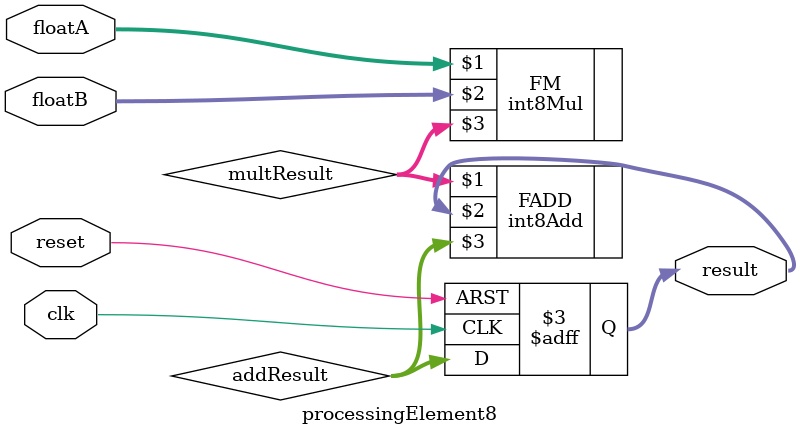
<source format=v>
`timescale 100 ns / 10 ps

module processingElement8(clk,reset,floatA,floatB,result);

parameter DATA_WIDTH = 8;

input clk, reset;
input [DATA_WIDTH-1:0] floatA, floatB;
output reg [DATA_WIDTH-1:0] result;

wire [DATA_WIDTH-1:0] multResult;
wire [DATA_WIDTH-1:0] addResult;

int8Mul FM (floatA,floatB,multResult);
int8Add FADD (multResult,result,addResult);

always @ (posedge clk or posedge reset) begin
	if (reset == 1'b1) begin
		result = 0;
	end else begin
		result = addResult;
	end
end

endmodule

</source>
